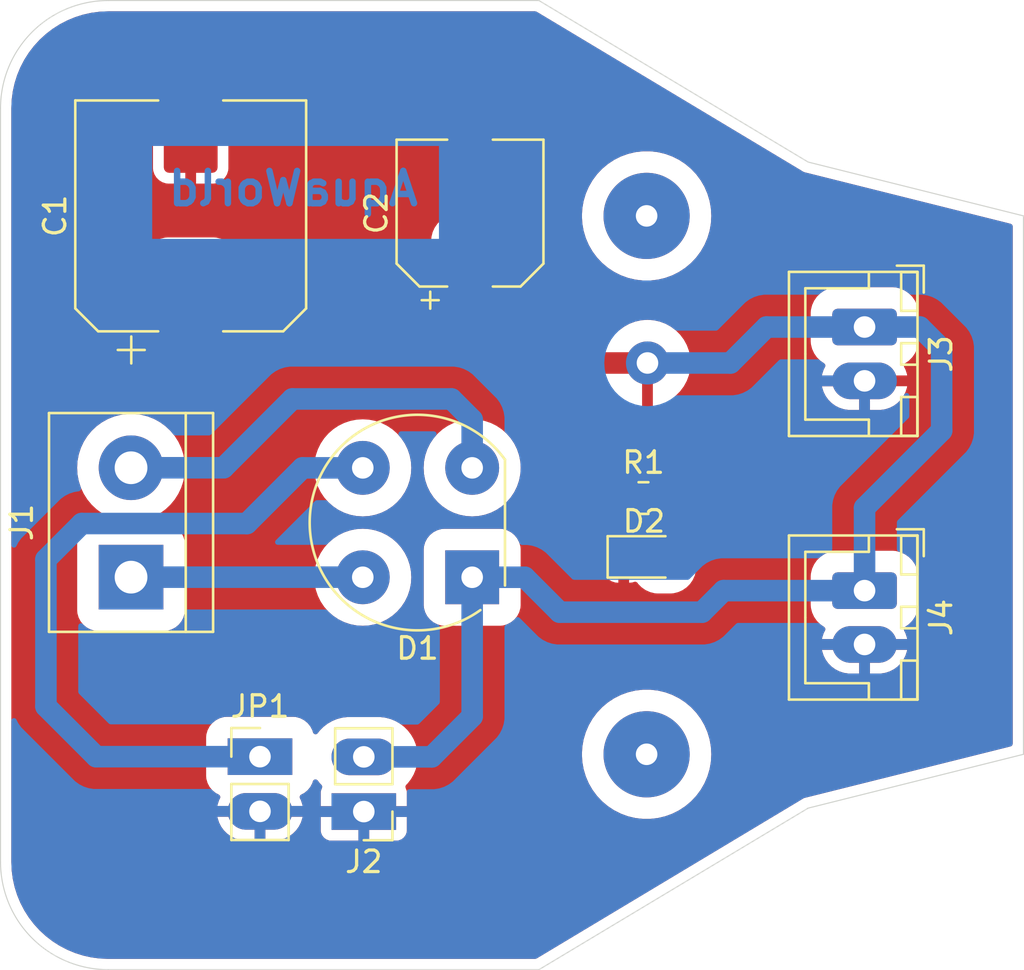
<source format=kicad_pcb>
(kicad_pcb (version 20240108) (generator "pcbnew") (generator_version "8.0")
  (layers (0 "F.Cu" signal) (31 "B.Cu" signal) (34 "B.Paste" user) (35 "F.Paste" user) (36 "B.SilkS" user "B.Silkscreen") (37 "F.SilkS" user "F.Silkscreen") (38 "B.Mask" user) (39 "F.Mask" user) (44 "Edge.Cuts" user))
  (net 0 "")
  (net 1 "+12V")
  (net 2 "Earth")
  (net 3 "Net-(J1-Pin_1)")
  (net 4 "Net-(J1-Pin_2)")
  (net 5 "Net-(D1--)")
  (net 6 "Net-(D2-A)")
  (footprint "LED_SMD:LED_0805_2012Metric" (layer "F.Cu") (at 154.0875 97.1575)
    (property "Reference" "D2" (at 0 -1.65 0) (layer "F.SilkS"))
    (property "Value" "LED")
    (fp_line (start -1.685 -0.96) (end -1.685 0.96) (stroke (width 0.12)) (layer "F.SilkS"))
    (fp_line (start -1.685 0.96) (end 1 0.96) (stroke (width 0.12)) (layer "F.SilkS"))
    (fp_line (start 1 -0.96) (end -1.685 -0.96) (stroke (width 0.12)) (layer "F.SilkS"))
    (pad "1" smd roundrect (at -0.9375 0) (size 0.975 1.4) (layers "F.Cu" "F.Paste" "F.Mask") (net 2 "Earth"))
    (pad "2" smd roundrect (at 0.9375 0) (size 0.975 1.4) (layers "F.Cu" "F.Paste" "F.Mask") (net 6 "Net-(D2-A)"))
  )
  (footprint "Connector_PinHeader_2.54mm:PinHeader_1x02_P2.54mm_Vertical" (layer "F.Cu") (at 141.08 108.985 180)
    (property "Reference" "J2" (at 0 -2.33 0) (layer "F.SilkS"))
    (property "Value" "12V")
    (fp_line (start 1.33 1.27) (end 1.33 3.87) (stroke (width 0.12)) (layer "F.SilkS"))
    (fp_line (start -1.33 3.87) (end 1.33 3.87) (stroke (width 0.12)) (layer "F.SilkS"))
    (fp_line (start -1.33 1.27) (end 1.33 1.27) (stroke (width 0.12)) (layer "F.SilkS"))
    (fp_line (start -1.33 1.27) (end -1.33 3.87) (stroke (width 0.12)) (layer "F.SilkS"))
    (fp_line (start -1.33 0) (end -1.33 -1.33) (stroke (width 0.12)) (layer "F.SilkS"))
    (fp_line (start -1.33 -1.33) (end 0 -1.33) (stroke (width 0.12)) (layer "F.SilkS"))
    (pad "1" thru_hole rect (at 0 0 180) (size 3 1.7) (drill 1) (layers "*.Cu" "*.Mask") (net 2 "Earth"))
    (pad "2" thru_hole oval (at 0 2.54 180) (size 3 1.7) (drill 1) (layers "*.Cu" "*.Mask") (net 1 "+12V"))
  )
  (footprint "Connector_JST:JST_XH_B2B-XH-A_1x02_P2.50mm_Vertical" (layer "F.Cu") (at 164.3325 86.485 -90)
    (property "Reference" "J3" (at 1.25 -3.55 90) (layer "F.SilkS"))
    (property "Value" "VENTILADOR I")
    (fp_line (start -2.56 3.51) (end 5.06 3.51) (stroke (width 0.12)) (layer "F.SilkS"))
    (fp_line (start 5.06 3.51) (end 5.06 -2.46) (stroke (width 0.12)) (layer "F.SilkS"))
    (fp_line (start -1.8 2.75) (end 1.25 2.75) (stroke (width 0.12)) (layer "F.SilkS"))
    (fp_line (start 4.3 2.75) (end 1.25 2.75) (stroke (width 0.12)) (layer "F.SilkS"))
    (fp_line (start -2.55 -0.2) (end -1.8 -0.2) (stroke (width 0.12)) (layer "F.SilkS"))
    (fp_line (start -1.8 -0.2) (end -1.8 2.75) (stroke (width 0.12)) (layer "F.SilkS"))
    (fp_line (start 4.3 -0.2) (end 4.3 2.75) (stroke (width 0.12)) (layer "F.SilkS"))
    (fp_line (start 5.05 -0.2) (end 4.3 -0.2) (stroke (width 0.12)) (layer "F.SilkS"))
    (fp_line (start -2.55 -1.7) (end -0.75 -1.7) (stroke (width 0.12)) (layer "F.SilkS"))
    (fp_line (start -0.75 -1.7) (end -0.75 -2.45) (stroke (width 0.12)) (layer "F.SilkS"))
    (fp_line (start 0.75 -1.7) (end 1.75 -1.7) (stroke (width 0.12)) (layer "F.SilkS"))
    (fp_line (start 1.75 -1.7) (end 1.75 -2.45) (stroke (width 0.12)) (layer "F.SilkS"))
    (fp_line (start 3.25 -1.7) (end 5.05 -1.7) (stroke (width 0.12)) (layer "F.SilkS"))
    (fp_line (start 5.05 -1.7) (end 5.05 -2.45) (stroke (width 0.12)) (layer "F.SilkS"))
    (fp_line (start -2.55 -2.45) (end -2.55 -1.7) (stroke (width 0.12)) (layer "F.SilkS"))
    (fp_line (start -0.75 -2.45) (end -2.55 -2.45) (stroke (width 0.12)) (layer "F.SilkS"))
    (fp_line (start 0.75 -2.45) (end 0.75 -1.7) (stroke (width 0.12)) (layer "F.SilkS"))
    (fp_line (start 1.75 -2.45) (end 0.75 -2.45) (stroke (width 0.12)) (layer "F.SilkS"))
    (fp_line (start 3.25 -2.45) (end 3.25 -1.7) (stroke (width 0.12)) (layer "F.SilkS"))
    (fp_line (start 5.05 -2.45) (end 3.25 -2.45) (stroke (width 0.12)) (layer "F.SilkS"))
    (fp_line (start -2.56 -2.46) (end -2.56 3.51) (stroke (width 0.12)) (layer "F.SilkS"))
    (fp_line (start 5.06 -2.46) (end -2.56 -2.46) (stroke (width 0.12)) (layer "F.SilkS"))
    (fp_line (start -2.85 -2.75) (end -2.85 -1.5) (stroke (width 0.12)) (layer "F.SilkS"))
    (fp_line (start -1.6 -2.75) (end -2.85 -2.75) (stroke (width 0.12)) (layer "F.SilkS"))
    (pad "1" thru_hole roundrect (at 0 0 270) (size 1.7 3) (drill 1) (layers "*.Cu" "*.Mask") (roundrect_rratio 0.147059) (net 1 "+12V"))
    (pad "2" thru_hole oval (at 2.5 0 270) (size 1.7 3) (drill 1) (layers "*.Cu" "*.Mask") (net 2 "Earth"))
  )
  (footprint "Capacitor_SMD:CP_Elec_6.3x5.4" (layer "F.Cu") (at 146.0125 81.195 90)
    (property "Reference" "C2" (at 0 -4.35 90) (layer "F.SilkS"))
    (property "Value" "10uF")
    (fp_line (start 3.41 -3.41) (end 3.41 -1.06) (stroke (width 0.12)) (layer "F.SilkS"))
    (fp_line (start -2.345563 -3.41) (end 3.41 -3.41) (stroke (width 0.12)) (layer "F.SilkS"))
    (fp_line (start -3.41 -2.345563) (end -2.345563 -3.41) (stroke (width 0.12)) (layer "F.SilkS"))
    (fp_line (start -3.41 -2.345563) (end -3.41 -1.06) (stroke (width 0.12)) (layer "F.SilkS"))
    (fp_line (start -4.04375 -2.24125) (end -4.04375 -1.45375) (stroke (width 0.12)) (layer "F.SilkS"))
    (fp_line (start -4.4375 -1.8475) (end -3.65 -1.8475) (stroke (width 0.12)) (layer "F.SilkS"))
    (fp_line (start -3.41 2.345563) (end -3.41 1.06) (stroke (width 0.12)) (layer "F.SilkS"))
    (fp_line (start -3.41 2.345563) (end -2.345563 3.41) (stroke (width 0.12)) (layer "F.SilkS"))
    (fp_line (start 3.41 3.41) (end 3.41 1.06) (stroke (width 0.12)) (layer "F.SilkS"))
    (fp_line (start -2.345563 3.41) (end 3.41 3.41) (stroke (width 0.12)) (layer "F.SilkS"))
    (pad "1" smd roundrect (at -2.8 0 90) (size 3.5 1.6) (layers "F.Cu" "F.Paste" "F.Mask") (roundrect_rratio 0.15625) (net 1 "+12V"))
    (pad "2" smd roundrect (at 2.8 0 90) (size 3.5 1.6) (layers "F.Cu" "F.Paste" "F.Mask") (roundrect_rratio 0.15625) (net 2 "Earth"))
  )
  (footprint "TerminalBlock:TerminalBlock_bornier-2_P5.08mm" (layer "F.Cu") (at 130.2725 98.1 90)
    (property "Reference" "J1" (at 2.54 -5.08 90) (layer "F.SilkS"))
    (property "Value" "ALIMENTACIÓN (12V)")
    (fp_line (start 7.62 -3.81) (end -2.54 -3.81) (stroke (width 0.12)) (layer "F.SilkS"))
    (fp_line (start -2.54 -3.81) (end -2.54 3.81) (stroke (width 0.12)) (layer "F.SilkS"))
    (fp_line (start 7.62 2.54) (end -2.54 2.54) (stroke (width 0.12)) (layer "F.SilkS"))
    (fp_line (start 7.62 3.81) (end 7.62 -3.81) (stroke (width 0.12)) (layer "F.SilkS"))
    (fp_line (start -2.54 3.81) (end 7.62 3.81) (stroke (width 0.12)) (layer "F.SilkS"))
    (pad "1" thru_hole rect (at 0 0 90) (size 3 3) (drill 1.52) (layers "*.Cu" "*.Mask") (net 3 "Net-(J1-Pin_1)"))
    (pad "2" thru_hole circle (at 5.08 0 90) (size 3 3) (drill 1.52) (layers "*.Cu" "*.Mask") (net 4 "Net-(J1-Pin_2)"))
  )
  (footprint "Connector_JST:JST_XH_B2B-XH-A_1x02_P2.50mm_Vertical" (layer "F.Cu") (at 164.3325 98.725 -90)
    (property "Reference" "J4" (at 1.25 -3.55 90) (layer "F.SilkS"))
    (property "Value" "VENTILADOR II")
    (fp_line (start -2.56 3.51) (end 5.06 3.51) (stroke (width 0.12)) (layer "F.SilkS"))
    (fp_line (start 5.06 3.51) (end 5.06 -2.46) (stroke (width 0.12)) (layer "F.SilkS"))
    (fp_line (start -1.8 2.75) (end 1.25 2.75) (stroke (width 0.12)) (layer "F.SilkS"))
    (fp_line (start 4.3 2.75) (end 1.25 2.75) (stroke (width 0.12)) (layer "F.SilkS"))
    (fp_line (start -2.55 -0.2) (end -1.8 -0.2) (stroke (width 0.12)) (layer "F.SilkS"))
    (fp_line (start -1.8 -0.2) (end -1.8 2.75) (stroke (width 0.12)) (layer "F.SilkS"))
    (fp_line (start 4.3 -0.2) (end 4.3 2.75) (stroke (width 0.12)) (layer "F.SilkS"))
    (fp_line (start 5.05 -0.2) (end 4.3 -0.2) (stroke (width 0.12)) (layer "F.SilkS"))
    (fp_line (start -2.55 -1.7) (end -0.75 -1.7) (stroke (width 0.12)) (layer "F.SilkS"))
    (fp_line (start -0.75 -1.7) (end -0.75 -2.45) (stroke (width 0.12)) (layer "F.SilkS"))
    (fp_line (start 0.75 -1.7) (end 1.75 -1.7) (stroke (width 0.12)) (layer "F.SilkS"))
    (fp_line (start 1.75 -1.7) (end 1.75 -2.45) (stroke (width 0.12)) (layer "F.SilkS"))
    (fp_line (start 3.25 -1.7) (end 5.05 -1.7) (stroke (width 0.12)) (layer "F.SilkS"))
    (fp_line (start 5.05 -1.7) (end 5.05 -2.45) (stroke (width 0.12)) (layer "F.SilkS"))
    (fp_line (start -2.55 -2.45) (end -2.55 -1.7) (stroke (width 0.12)) (layer "F.SilkS"))
    (fp_line (start -0.75 -2.45) (end -2.55 -2.45) (stroke (width 0.12)) (layer "F.SilkS"))
    (fp_line (start 0.75 -2.45) (end 0.75 -1.7) (stroke (width 0.12)) (layer "F.SilkS"))
    (fp_line (start 1.75 -2.45) (end 0.75 -2.45) (stroke (width 0.12)) (layer "F.SilkS"))
    (fp_line (start 3.25 -2.45) (end 3.25 -1.7) (stroke (width 0.12)) (layer "F.SilkS"))
    (fp_line (start 5.05 -2.45) (end 3.25 -2.45) (stroke (width 0.12)) (layer "F.SilkS"))
    (fp_line (start -2.56 -2.46) (end -2.56 3.51) (stroke (width 0.12)) (layer "F.SilkS"))
    (fp_line (start 5.06 -2.46) (end -2.56 -2.46) (stroke (width 0.12)) (layer "F.SilkS"))
    (fp_line (start -2.85 -2.75) (end -2.85 -1.5) (stroke (width 0.12)) (layer "F.SilkS"))
    (fp_line (start -1.6 -2.75) (end -2.85 -2.75) (stroke (width 0.12)) (layer "F.SilkS"))
    (pad "1" thru_hole roundrect (at 0 0 270) (size 1.7 3) (drill 1) (layers "*.Cu" "*.Mask") (roundrect_rratio 0.147059) (net 1 "+12V"))
    (pad "2" thru_hole oval (at 2.5 0 270) (size 1.7 3) (drill 1) (layers "*.Cu" "*.Mask") (net 2 "Earth"))
  )
  (footprint "Diode_THT:Diode_Bridge_Round_D9.8mm" (layer "F.Cu") (at 146.1125 98.105 180)
    (property "Reference" "D1" (at 2.54 -3.302 0) (layer "F.SilkS"))
    (property "Value" "D_Bridge_+A-A")
    (fp_line (start -1.524 -0.381) (end -1.524 5.461) (stroke (width 0.12)) (layer "F.SilkS"))
    (fp_arc (start -0.381 -1.524) (mid 7.479141 3.348223) (end -1.524 5.461) (stroke (width 0.12)) (layer "F.SilkS"))
    (pad "1" thru_hole rect (at 0 0 180) (size 2.5 2.5) (drill 1) (layers "*.Cu" "*.Mask") (net 1 "+12V"))
    (pad "2" thru_hole oval (at 0 5.08 180) (size 2.5 2.5) (drill 1) (layers "*.Cu" "*.Mask") (net 4 "Net-(J1-Pin_2)"))
    (pad "3" thru_hole oval (at 5.08 5.08 180) (size 2.5 2.5) (drill 1) (layers "*.Cu" "*.Mask") (net 5 "Net-(D1--)"))
    (pad "4" thru_hole oval (at 5.08 0 180) (size 2.5 2.5) (drill 1) (layers "*.Cu" "*.Mask") (net 3 "Net-(J1-Pin_1)"))
  )
  (footprint "Capacitor_SMD:CP_Elec_10x10.5" (layer "F.Cu") (at 133.0425 81.325 90)
    (property "Reference" "C1" (at 0 -6.3 90) (layer "F.SilkS"))
    (property "Value" "2200uF")
    (fp_line (start 5.36 -5.36) (end 5.36 -1.51) (stroke (width 0.12)) (layer "F.SilkS"))
    (fp_line (start -4.295563 -5.36) (end 5.36 -5.36) (stroke (width 0.12)) (layer "F.SilkS"))
    (fp_line (start -5.36 -4.295563) (end -4.295563 -5.36) (stroke (width 0.12)) (layer "F.SilkS"))
    (fp_line (start -5.36 -4.295563) (end -5.36 -1.51) (stroke (width 0.12)) (layer "F.SilkS"))
    (fp_line (start -6.225 -3.385) (end -6.225 -2.135) (stroke (width 0.12)) (layer "F.SilkS"))
    (fp_line (start -6.85 -2.76) (end -5.6 -2.76) (stroke (width 0.12)) (layer "F.SilkS"))
    (fp_line (start -5.36 4.295563) (end -5.36 1.51) (stroke (width 0.12)) (layer "F.SilkS"))
    (fp_line (start -5.36 4.295563) (end -4.295563 5.36) (stroke (width 0.12)) (layer "F.SilkS"))
    (fp_line (start 5.36 5.36) (end 5.36 1.51) (stroke (width 0.12)) (layer "F.SilkS"))
    (fp_line (start -4.295563 5.36) (end 5.36 5.36) (stroke (width 0.12)) (layer "F.SilkS"))
    (pad "1" smd roundrect (at -4.2 0 90) (size 4.4 2.5) (layers "F.Cu" "F.Paste" "F.Mask") (roundrect_rratio 0.1) (net 1 "+12V"))
    (pad "2" smd roundrect (at 4.2 0 90) (size 4.4 2.5) (layers "F.Cu" "F.Paste" "F.Mask") (roundrect_rratio 0.1) (net 2 "Earth"))
  )
  (footprint "Connector_PinHeader_2.54mm:PinHeader_1x02_P2.54mm_Vertical" (layer "F.Cu") (at 136.26 106.435)
    (property "Reference" "JP1" (at 0 -2.33 0) (layer "F.SilkS"))
    (property "Value" "JUMPER")
    (fp_line (start -1.33 -1.33) (end 0 -1.33) (stroke (width 0.12)) (layer "F.SilkS"))
    (fp_line (start -1.33 0) (end -1.33 -1.33) (stroke (width 0.12)) (layer "F.SilkS"))
    (fp_line (start -1.33 1.27) (end -1.33 3.87) (stroke (width 0.12)) (layer "F.SilkS"))
    (fp_line (start -1.33 1.27) (end 1.33 1.27) (stroke (width 0.12)) (layer "F.SilkS"))
    (fp_line (start -1.33 3.87) (end 1.33 3.87) (stroke (width 0.12)) (layer "F.SilkS"))
    (fp_line (start 1.33 1.27) (end 1.33 3.87) (stroke (width 0.12)) (layer "F.SilkS"))
    (pad "1" thru_hole rect (at 0 0) (size 3 1.7) (drill 1) (layers "*.Cu" "*.Mask") (net 5 "Net-(D1--)"))
    (pad "2" thru_hole oval (at 0 2.54) (size 3 1.7) (drill 1) (layers "*.Cu" "*.Mask") (net 2 "Earth"))
  )
  (footprint "Resistor_SMD:R_0805_2012Metric" (layer "F.Cu") (at 154.0675 94.4275)
    (property "Reference" "R1" (at 0 -1.65 0) (layer "F.SilkS"))
    (property "Value" "470Ω")
    (fp_line (start -0.227064 -0.735) (end 0.227064 -0.735) (stroke (width 0.12)) (layer "F.SilkS"))
    (fp_line (start -0.227064 0.735) (end 0.227064 0.735) (stroke (width 0.12)) (layer "F.SilkS"))
    (pad "1" smd roundrect (at -0.9125 0) (size 1.025 1.4) (layers "F.Cu" "F.Paste" "F.Mask") (roundrect_rratio 0.243902) (net 1 "+12V"))
    (pad "2" smd roundrect (at 0.9125 0) (size 1.025 1.4) (layers "F.Cu" "F.Paste" "F.Mask") (roundrect_rratio 0.243902) (net 6 "Net-(D2-A)"))
  )
  (gr_line (start 171.7125 81.325) (end 171.7125 106.325) (stroke (width 0.05)) (layer "Edge.Cuts"))
  (gr_line (start 124.2125 76.325) (end 124.2125 111.325) (stroke (width 0.05)) (layer "Edge.Cuts"))
  (gr_line (start 161.7125 78.825) (end 171.7125 81.325) (stroke (width 0.05)) (layer "Edge.Cuts"))
  (gr_line (start 149.2125 116.325) (end 161.7125 108.825) (stroke (width 0.05)) (layer "Edge.Cuts"))
  (gr_arc (start 129.2125 116.325) (mid 125.676966 114.860534) (end 124.2125 111.325) (stroke (width 0.05)) (layer "Edge.Cuts"))
  (gr_arc (start 124.2125 76.325) (mid 125.676966 72.789466) (end 129.2125 71.325) (stroke (width 0.05)) (layer "Edge.Cuts"))
  (gr_line (start 129.2125 71.325) (end 149.2125 71.325) (stroke (width 0.05)) (layer "Edge.Cuts"))
  (gr_line (start 161.7125 108.825) (end 171.7125 106.325) (stroke (width 0.05)) (layer "Edge.Cuts"))
  (gr_line (start 149.2125 116.325) (end 129.2125 116.325) (stroke (width 0.05)) (layer "Edge.Cuts"))
  (gr_line (start 149.2125 71.325) (end 161.7125 78.825) (stroke (width 0.05)) (layer "Edge.Cuts"))
  (gr_text "AquaWorld" (at 143.7525 80.935 0) (layer "B.Cu") (effects (font (size 1.5 1.5) (thickness 0.3) (bold yes)) (justify left bottom mirror)))
  (via (at 154.2125 106.325) (size 4) (drill 1) (layers "F.Cu" "B.Cu") (net 0))
  (via (at 154.2125 81.325) (size 4) (drill 1) (layers "F.Cu" "B.Cu") (net 0))
  (segment (start 151.8225 88.155) (end 154.2525 88.155) (width 1) (layer "F.Cu") (net 1))
  (segment (start 153.155 91.995) (end 154.2525 90.8975) (width 0.5) (layer "F.Cu") (net 1))
  (segment (start 153.155 94.4275) (end 153.155 91.995) (width 0.5) (layer "F.Cu") (net 1))
  (segment (start 149.0825 83.995) (end 150.5625 85.475) (width 1) (layer "F.Cu") (net 1))
  (segment (start 150.5625 86.895) (end 151.8225 88.155) (width 1) (layer "F.Cu") (net 1))
  (segment (start 140.7425 83.995) (end 149.0825 83.995) (width 1) (layer "F.Cu") (net 1))
  (segment (start 154.2525 90.8975) (end 154.2525 88.155) (width 0.5) (layer "F.Cu") (net 1))
  (segment (start 133.0425 85.525) (end 139.2125 85.525) (width 1) (layer "F.Cu") (net 1))
  (segment (start 139.2125 85.525) (end 140.7425 83.995) (width 1) (layer "F.Cu") (net 1))
  (segment (start 150.5625 85.475) (end 150.5625 86.895) (width 1) (layer "F.Cu") (net 1))
  (via (at 154.2525 88.155) (size 2) (drill 1) (layers "F.Cu" "B.Cu") (net 1))
  (segment (start 150.1725 99.725) (end 148.5525 98.105) (width 1) (layer "B.Cu") (net 1))
  (segment (start 166.9025 86.485) (end 164.3325 86.485) (width 1) (layer "B.Cu") (net 1))
  (segment (start 167.9125 91.2975) (end 167.9125 87.495) (width 1) (layer "B.Cu") (net 1))
  (segment (start 148.5525 98.105) (end 146.1125 98.105) (width 1) (layer "B.Cu") (net 1))
  (segment (start 158.1075 88.155) (end 159.7775 86.485) (width 1) (layer "B.Cu") (net 1))
  (segment (start 146.1125 98.105) (end 146.1125 104.5675) (width 1) (layer "B.Cu") (net 1))
  (segment (start 156.7875 99.725) (end 150.1725 99.725) (width 1) (layer "B.Cu") (net 1))
  (segment (start 154.2525 88.155) (end 158.1075 88.155) (width 1) (layer "B.Cu") (net 1))
  (segment (start 167.9125 87.495) (end 166.9025 86.485) (width 1) (layer "B.Cu") (net 1))
  (segment (start 164.3325 98.725) (end 157.7875 98.725) (width 1) (layer "B.Cu") (net 1))
  (segment (start 159.7775 86.485) (end 164.3325 86.485) (width 1) (layer "B.Cu") (net 1))
  (segment (start 164.3325 94.8775) (end 167.9125 91.2975) (width 1) (layer "B.Cu") (net 1))
  (segment (start 164.3325 98.725) (end 164.3325 94.8775) (width 1) (layer "B.Cu") (net 1))
  (segment (start 144.235 106.445) (end 141.09 106.445) (width 1) (layer "B.Cu") (net 1))
  (segment (start 157.7875 98.725) (end 156.7875 99.725) (width 1) (layer "B.Cu") (net 1))
  (segment (start 146.1125 104.5675) (end 144.235 106.445) (width 1) (layer "B.Cu") (net 1))
  (segment (start 130.2775 98.105) (end 130.2725 98.1) (width 1) (layer "F.Cu") (net 3))
  (segment (start 141.0275 98.1) (end 130.2725 98.1) (width 1) (layer "B.Cu") (net 3))
  (segment (start 141.0325 98.105) (end 141.0275 98.1) (width 1) (layer "B.Cu") (net 3))
  (segment (start 146.1125 93.025) (end 146.1125 90.785) (width 1) (layer "B.Cu") (net 4))
  (segment (start 146.1125 90.785) (end 145.1525 89.825) (width 1) (layer "B.Cu") (net 4))
  (segment (start 134.5675 93.02) (end 130.2725 93.02) (width 1) (layer "B.Cu") (net 4))
  (segment (start 137.7625 89.825) (end 134.5675 93.02) (width 1) (layer "B.Cu") (net 4))
  (segment (start 145.1525 89.825) (end 137.7625 89.825) (width 1) (layer "B.Cu") (net 4))
  (segment (start 126.32 104.1) (end 128.655 106.435) (width 1) (layer "B.Cu") (net 5))
  (segment (start 127.985 95.61) (end 126.32 97.275) (width 1) (layer "B.Cu") (net 5))
  (segment (start 128.655 106.435) (end 136.26 106.435) (width 1) (layer "B.Cu") (net 5))
  (segment (start 138.235 93.025) (end 135.65 95.61) (width 1) (layer "B.Cu") (net 5))
  (segment (start 141.0325 93.025) (end 138.235 93.025) (width 1) (layer "B.Cu") (net 5))
  (segment (start 135.65 95.61) (end 127.985 95.61) (width 1) (layer "B.Cu") (net 5))
  (segment (start 126.32 97.275) (end 126.32 104.1) (width 1) (layer "B.Cu") (net 5))
  (segment (start 154.98 97.1125) (end 155.025 97.1575) (width 0.5) (layer "F.Cu") (net 6))
  (segment (start 154.98 94.4275) (end 154.98 97.1125) (width 0.5) (layer "F.Cu") (net 6))
  (zone (net 2) (net_name "Earth") (layer "F.Cu") (connect_pads (clearance 1)) (min_thickness 0.25) (fill yes (thermal_gap 0.5) (thermal_bridge_width 0.5))
    (polygon (pts (xy 124.2125 71.325) (xy 149.2125 71.325) (xy 161.7125 78.825) (xy 171.7125 81.325) (xy 171.7125 106.325) (xy 161.7125 108.825) (xy 149.2125 116.325) (xy 124.2125 116.325)))
  )
  (zone (net 2) (net_name "Earth") (layer "B.Cu") (priority 1) (connect_pads (clearance 1)) (min_thickness 0.25) (fill yes (thermal_gap 0.5) (thermal_bridge_width 0.5))
    (polygon (pts (xy 124.2125 71.325) (xy 149.2125 71.325) (xy 161.7125 78.825) (xy 171.7125 81.325) (xy 171.7125 106.325) (xy 161.7125 108.825) (xy 149.2125 116.325) (xy 124.2125 116.325)))
  )
)
</source>
